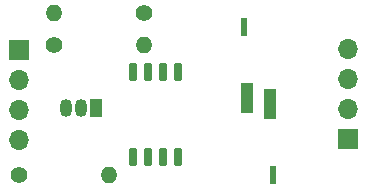
<source format=gbr>
%TF.GenerationSoftware,KiCad,Pcbnew,8.0.6*%
%TF.CreationDate,2024-12-07T18:41:02+09:00*%
%TF.ProjectId,ActuKit,41637475-4b69-4742-9e6b-696361645f70,rev?*%
%TF.SameCoordinates,Original*%
%TF.FileFunction,Soldermask,Top*%
%TF.FilePolarity,Negative*%
%FSLAX46Y46*%
G04 Gerber Fmt 4.6, Leading zero omitted, Abs format (unit mm)*
G04 Created by KiCad (PCBNEW 8.0.6) date 2024-12-07 18:41:02*
%MOMM*%
%LPD*%
G01*
G04 APERTURE LIST*
G04 Aperture macros list*
%AMRoundRect*
0 Rectangle with rounded corners*
0 $1 Rounding radius*
0 $2 $3 $4 $5 $6 $7 $8 $9 X,Y pos of 4 corners*
0 Add a 4 corners polygon primitive as box body*
4,1,4,$2,$3,$4,$5,$6,$7,$8,$9,$2,$3,0*
0 Add four circle primitives for the rounded corners*
1,1,$1+$1,$2,$3*
1,1,$1+$1,$4,$5*
1,1,$1+$1,$6,$7*
1,1,$1+$1,$8,$9*
0 Add four rect primitives between the rounded corners*
20,1,$1+$1,$2,$3,$4,$5,0*
20,1,$1+$1,$4,$5,$6,$7,0*
20,1,$1+$1,$6,$7,$8,$9,0*
20,1,$1+$1,$8,$9,$2,$3,0*%
G04 Aperture macros list end*
%ADD10RoundRect,0.150000X-0.150000X0.650000X-0.150000X-0.650000X0.150000X-0.650000X0.150000X0.650000X0*%
%ADD11R,1.000000X2.500000*%
%ADD12R,0.500000X1.500000*%
%ADD13C,1.400000*%
%ADD14O,1.400000X1.400000*%
%ADD15R,1.050000X1.500000*%
%ADD16O,1.050000X1.500000*%
%ADD17R,1.700000X1.700000*%
%ADD18O,1.700000X1.700000*%
G04 APERTURE END LIST*
D10*
%TO.C,U2*%
X144705000Y-107000000D03*
X143435000Y-107000000D03*
X142165000Y-107000000D03*
X140895000Y-107000000D03*
X140895000Y-114200000D03*
X142165000Y-114200000D03*
X143435000Y-114200000D03*
X144705000Y-114200000D03*
%TD*%
D11*
%TO.C,U1*%
X150500000Y-109200000D03*
X152500000Y-109700000D03*
D12*
X150250000Y-103200000D03*
X152750000Y-115700000D03*
%TD*%
D13*
%TO.C,R3*%
X134200000Y-104700000D03*
D14*
X141820000Y-104700000D03*
%TD*%
D13*
%TO.C,R2*%
X131200000Y-115700000D03*
D14*
X138820000Y-115700000D03*
%TD*%
D13*
%TO.C,R1*%
X141800000Y-102000000D03*
D14*
X134180000Y-102000000D03*
%TD*%
D15*
%TO.C,Q1*%
X137700000Y-110040000D03*
D16*
X136430000Y-110040000D03*
X135160000Y-110040000D03*
%TD*%
D17*
%TO.C,J2*%
X159100000Y-112700000D03*
D18*
X159100000Y-110160000D03*
X159100000Y-107620000D03*
X159100000Y-105080000D03*
%TD*%
D17*
%TO.C,J1*%
X131200000Y-105120000D03*
D18*
X131200000Y-107660000D03*
X131200000Y-110200000D03*
X131200000Y-112740000D03*
%TD*%
M02*

</source>
